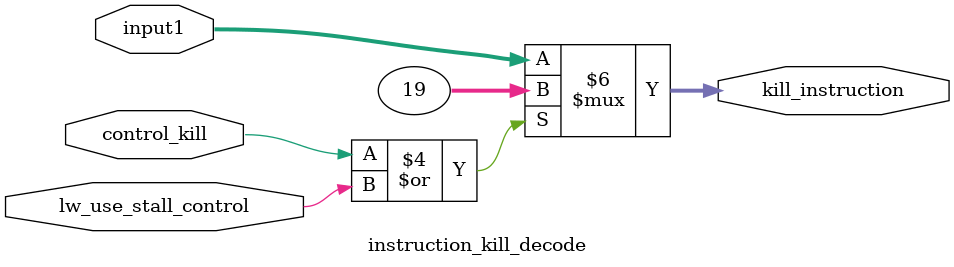
<source format=v>
`timescale 1ps / 1ps
module instruction_kill_decode(input [31:0]input1,output reg[31:0]kill_instruction,input control_kill,input lw_use_stall_control);
parameter nop=32'b00000000000000000000000000010011;
always@(*)
begin
if ((control_kill==1)|(lw_use_stall_control==1))
begin
kill_instruction=nop;
end
else 
kill_instruction=input1;
end
endmodule


</source>
